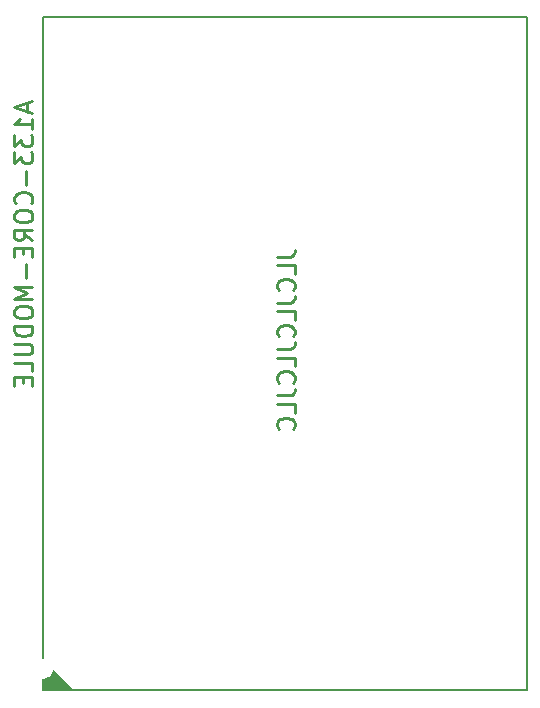
<source format=gbo>
G04 #@! TF.GenerationSoftware,KiCad,Pcbnew,(6.0.4)*
G04 #@! TF.CreationDate,2022-04-26T12:45:06+08:00*
G04 #@! TF.ProjectId,A133CoreDK,41313333-436f-4726-9544-4b2e6b696361,rev?*
G04 #@! TF.SameCoordinates,Original*
G04 #@! TF.FileFunction,Legend,Bot*
G04 #@! TF.FilePolarity,Positive*
%FSLAX46Y46*%
G04 Gerber Fmt 4.6, Leading zero omitted, Abs format (unit mm)*
G04 Created by KiCad (PCBNEW (6.0.4)) date 2022-04-26 12:45:06*
%MOMM*%
%LPD*%
G01*
G04 APERTURE LIST*
%ADD10C,0.254000*%
%ADD11C,0.127000*%
%ADD12C,1.198900*%
%ADD13C,1.300500*%
%ADD14C,0.899200*%
%ADD15C,1.701800*%
%ADD16C,0.701000*%
%ADD17C,0.650000*%
%ADD18O,1.000000X2.100000*%
%ADD19O,1.000000X1.600000*%
%ADD20R,2.000000X0.609600*%
%ADD21R,0.609600X2.000000*%
G04 APERTURE END LIST*
D10*
X149304828Y-80412771D02*
X150393400Y-80412771D01*
X150611114Y-80340200D01*
X150756257Y-80195057D01*
X150828828Y-79977342D01*
X150828828Y-79832200D01*
X150828828Y-81864200D02*
X150828828Y-81138485D01*
X149304828Y-81138485D01*
X150683685Y-83243057D02*
X150756257Y-83170485D01*
X150828828Y-82952771D01*
X150828828Y-82807628D01*
X150756257Y-82589914D01*
X150611114Y-82444771D01*
X150465971Y-82372200D01*
X150175685Y-82299628D01*
X149957971Y-82299628D01*
X149667685Y-82372200D01*
X149522542Y-82444771D01*
X149377400Y-82589914D01*
X149304828Y-82807628D01*
X149304828Y-82952771D01*
X149377400Y-83170485D01*
X149449971Y-83243057D01*
X149304828Y-84331628D02*
X150393400Y-84331628D01*
X150611114Y-84259057D01*
X150756257Y-84113914D01*
X150828828Y-83896200D01*
X150828828Y-83751057D01*
X150828828Y-85783057D02*
X150828828Y-85057342D01*
X149304828Y-85057342D01*
X150683685Y-87161914D02*
X150756257Y-87089342D01*
X150828828Y-86871628D01*
X150828828Y-86726485D01*
X150756257Y-86508771D01*
X150611114Y-86363628D01*
X150465971Y-86291057D01*
X150175685Y-86218485D01*
X149957971Y-86218485D01*
X149667685Y-86291057D01*
X149522542Y-86363628D01*
X149377400Y-86508771D01*
X149304828Y-86726485D01*
X149304828Y-86871628D01*
X149377400Y-87089342D01*
X149449971Y-87161914D01*
X149304828Y-88250485D02*
X150393400Y-88250485D01*
X150611114Y-88177914D01*
X150756257Y-88032771D01*
X150828828Y-87815057D01*
X150828828Y-87669914D01*
X150828828Y-89701914D02*
X150828828Y-88976200D01*
X149304828Y-88976200D01*
X150683685Y-91080771D02*
X150756257Y-91008200D01*
X150828828Y-90790485D01*
X150828828Y-90645342D01*
X150756257Y-90427628D01*
X150611114Y-90282485D01*
X150465971Y-90209914D01*
X150175685Y-90137342D01*
X149957971Y-90137342D01*
X149667685Y-90209914D01*
X149522542Y-90282485D01*
X149377400Y-90427628D01*
X149304828Y-90645342D01*
X149304828Y-90790485D01*
X149377400Y-91008200D01*
X149449971Y-91080771D01*
X149304828Y-92169342D02*
X150393400Y-92169342D01*
X150611114Y-92096771D01*
X150756257Y-91951628D01*
X150828828Y-91733914D01*
X150828828Y-91588771D01*
X150828828Y-93620771D02*
X150828828Y-92895057D01*
X149304828Y-92895057D01*
X150683685Y-94999628D02*
X150756257Y-94927057D01*
X150828828Y-94709342D01*
X150828828Y-94564200D01*
X150756257Y-94346485D01*
X150611114Y-94201342D01*
X150465971Y-94128771D01*
X150175685Y-94056200D01*
X149957971Y-94056200D01*
X149667685Y-94128771D01*
X149522542Y-94201342D01*
X149377400Y-94346485D01*
X149304828Y-94564200D01*
X149304828Y-94709342D01*
X149377400Y-94927057D01*
X149449971Y-94999628D01*
X128168400Y-67426114D02*
X128168400Y-68151828D01*
X128603828Y-67280971D02*
X127079828Y-67788971D01*
X128603828Y-68296971D01*
X128603828Y-69603257D02*
X128603828Y-68732400D01*
X128603828Y-69167828D02*
X127079828Y-69167828D01*
X127297542Y-69022685D01*
X127442685Y-68877542D01*
X127515257Y-68732400D01*
X127079828Y-70111257D02*
X127079828Y-71054685D01*
X127660400Y-70546685D01*
X127660400Y-70764400D01*
X127732971Y-70909542D01*
X127805542Y-70982114D01*
X127950685Y-71054685D01*
X128313542Y-71054685D01*
X128458685Y-70982114D01*
X128531257Y-70909542D01*
X128603828Y-70764400D01*
X128603828Y-70328971D01*
X128531257Y-70183828D01*
X128458685Y-70111257D01*
X127079828Y-71562685D02*
X127079828Y-72506114D01*
X127660400Y-71998114D01*
X127660400Y-72215828D01*
X127732971Y-72360971D01*
X127805542Y-72433542D01*
X127950685Y-72506114D01*
X128313542Y-72506114D01*
X128458685Y-72433542D01*
X128531257Y-72360971D01*
X128603828Y-72215828D01*
X128603828Y-71780400D01*
X128531257Y-71635257D01*
X128458685Y-71562685D01*
X128023257Y-73159257D02*
X128023257Y-74320400D01*
X128458685Y-75916971D02*
X128531257Y-75844400D01*
X128603828Y-75626685D01*
X128603828Y-75481542D01*
X128531257Y-75263828D01*
X128386114Y-75118685D01*
X128240971Y-75046114D01*
X127950685Y-74973542D01*
X127732971Y-74973542D01*
X127442685Y-75046114D01*
X127297542Y-75118685D01*
X127152400Y-75263828D01*
X127079828Y-75481542D01*
X127079828Y-75626685D01*
X127152400Y-75844400D01*
X127224971Y-75916971D01*
X127079828Y-76860400D02*
X127079828Y-77150685D01*
X127152400Y-77295828D01*
X127297542Y-77440971D01*
X127587828Y-77513542D01*
X128095828Y-77513542D01*
X128386114Y-77440971D01*
X128531257Y-77295828D01*
X128603828Y-77150685D01*
X128603828Y-76860400D01*
X128531257Y-76715257D01*
X128386114Y-76570114D01*
X128095828Y-76497542D01*
X127587828Y-76497542D01*
X127297542Y-76570114D01*
X127152400Y-76715257D01*
X127079828Y-76860400D01*
X128603828Y-79037542D02*
X127878114Y-78529542D01*
X128603828Y-78166685D02*
X127079828Y-78166685D01*
X127079828Y-78747257D01*
X127152400Y-78892400D01*
X127224971Y-78964971D01*
X127370114Y-79037542D01*
X127587828Y-79037542D01*
X127732971Y-78964971D01*
X127805542Y-78892400D01*
X127878114Y-78747257D01*
X127878114Y-78166685D01*
X127805542Y-79690685D02*
X127805542Y-80198685D01*
X128603828Y-80416400D02*
X128603828Y-79690685D01*
X127079828Y-79690685D01*
X127079828Y-80416400D01*
X128023257Y-81069542D02*
X128023257Y-82230685D01*
X128603828Y-82956400D02*
X127079828Y-82956400D01*
X128168400Y-83464400D01*
X127079828Y-83972400D01*
X128603828Y-83972400D01*
X127079828Y-84988400D02*
X127079828Y-85278685D01*
X127152400Y-85423828D01*
X127297542Y-85568971D01*
X127587828Y-85641542D01*
X128095828Y-85641542D01*
X128386114Y-85568971D01*
X128531257Y-85423828D01*
X128603828Y-85278685D01*
X128603828Y-84988400D01*
X128531257Y-84843257D01*
X128386114Y-84698114D01*
X128095828Y-84625542D01*
X127587828Y-84625542D01*
X127297542Y-84698114D01*
X127152400Y-84843257D01*
X127079828Y-84988400D01*
X128603828Y-86294685D02*
X127079828Y-86294685D01*
X127079828Y-86657542D01*
X127152400Y-86875257D01*
X127297542Y-87020400D01*
X127442685Y-87092971D01*
X127732971Y-87165542D01*
X127950685Y-87165542D01*
X128240971Y-87092971D01*
X128386114Y-87020400D01*
X128531257Y-86875257D01*
X128603828Y-86657542D01*
X128603828Y-86294685D01*
X127079828Y-87818685D02*
X128313542Y-87818685D01*
X128458685Y-87891257D01*
X128531257Y-87963828D01*
X128603828Y-88108971D01*
X128603828Y-88399257D01*
X128531257Y-88544400D01*
X128458685Y-88616971D01*
X128313542Y-88689542D01*
X127079828Y-88689542D01*
X128603828Y-90140971D02*
X128603828Y-89415257D01*
X127079828Y-89415257D01*
X127805542Y-90648971D02*
X127805542Y-91156971D01*
X128603828Y-91374685D02*
X128603828Y-90648971D01*
X127079828Y-90648971D01*
X127079828Y-91374685D01*
D11*
X129587000Y-115346000D02*
X131386998Y-117146000D01*
X129537000Y-116596000D02*
X130086998Y-117146000D01*
X170487000Y-60146000D02*
X170487000Y-117146000D01*
X129487000Y-116446000D02*
X130136998Y-117096000D01*
X129537000Y-116696000D02*
X129887000Y-117046000D01*
X129587000Y-116146000D02*
X130587000Y-117146000D01*
X129587000Y-115946000D02*
X130687000Y-117046000D01*
X129487000Y-117146000D02*
X170487000Y-117146000D01*
X129587000Y-115746000D02*
X130987000Y-117146000D01*
X129587000Y-115846000D02*
X130787000Y-117046000D01*
X129537000Y-115096000D02*
X131587000Y-117146000D01*
X129587000Y-115546000D02*
X131087000Y-117046000D01*
X129587000Y-116246000D02*
X130387000Y-117046000D01*
X129487000Y-60146000D02*
X170487000Y-60146000D01*
X129537000Y-116896000D02*
X129787000Y-117146000D01*
X129487000Y-114846000D02*
X131687000Y-117046000D01*
X129487000Y-114646000D02*
X131937000Y-117096000D01*
X129637000Y-116396000D02*
X130286998Y-117046000D01*
X130136998Y-117096000D02*
X130186998Y-117046000D01*
X129587000Y-116046000D02*
X129587000Y-116146000D01*
X129487000Y-60146000D02*
X129487000Y-117146000D01*
%LPC*%
D12*
X144269500Y-59070200D03*
X152270500Y-59070200D03*
D13*
X160985200Y-92486400D03*
D14*
X160985200Y-64287400D03*
D15*
X129489200Y-115341400D03*
X129489200Y-121340900D03*
D16*
X135470900Y-58661300D03*
X133769100Y-58661300D03*
D17*
X167990000Y-120007000D03*
X162210000Y-120007000D03*
D18*
X169420000Y-119477000D03*
D19*
X160780000Y-123657000D03*
X169420000Y-123657000D03*
D18*
X160780000Y-119477000D03*
D16*
X126784100Y-58661300D03*
X128485900Y-58661300D03*
D17*
X144557000Y-120007000D03*
X150337000Y-120007000D03*
D19*
X143127000Y-123657000D03*
D18*
X143127000Y-119477000D03*
X151767000Y-119477000D03*
D19*
X151767000Y-123657000D03*
D16*
X161886900Y-58661300D03*
X160185100Y-58661300D03*
D20*
X130987000Y-113246000D03*
X130987000Y-112046000D03*
X130987000Y-110846000D03*
X130987000Y-109646000D03*
X130987000Y-108446000D03*
X130987000Y-107246000D03*
X130987000Y-106046000D03*
X130987000Y-104846000D03*
X130987000Y-103646000D03*
X130987000Y-102446000D03*
X130987000Y-101246000D03*
X130987000Y-100046000D03*
X130987000Y-98846000D03*
X130987000Y-97646000D03*
X130987000Y-96446000D03*
X130987000Y-95246000D03*
X130987000Y-94046000D03*
X130987000Y-92846000D03*
X130987000Y-91646000D03*
X130987000Y-90446000D03*
X130987000Y-89246000D03*
X130987000Y-88046000D03*
X130987000Y-86846000D03*
X130987000Y-85646000D03*
X130987000Y-84446000D03*
X130987000Y-83246000D03*
X130987000Y-82046000D03*
X130987000Y-80846000D03*
X130987000Y-79646000D03*
X130987000Y-78446000D03*
X130987000Y-77246000D03*
X130987000Y-76046000D03*
X130987000Y-74846000D03*
X130987000Y-73646000D03*
X130987000Y-72446000D03*
X130987000Y-71246000D03*
X130987000Y-70046000D03*
X130987000Y-68846000D03*
X130987000Y-67646000D03*
X130987000Y-66446000D03*
X130987000Y-65246000D03*
X130987000Y-64046000D03*
D21*
X132586998Y-61646000D03*
X133787000Y-61646000D03*
X134987000Y-61646000D03*
X136187000Y-61646000D03*
X137387000Y-61646000D03*
X138587000Y-61646000D03*
X139787000Y-61646000D03*
X140987000Y-61646000D03*
X142187000Y-61646000D03*
X143387000Y-61646000D03*
X144587000Y-61646000D03*
X145787000Y-61646000D03*
X146987000Y-61646000D03*
X148187000Y-61646000D03*
X149387000Y-61646000D03*
X150586998Y-61646000D03*
X151786998Y-61646000D03*
X152986998Y-61646000D03*
X154186998Y-61646000D03*
X155387000Y-61646000D03*
X156587000Y-61646000D03*
X157787000Y-61646000D03*
X158987000Y-61646000D03*
X160187000Y-61646000D03*
X161387000Y-61646000D03*
X162587000Y-61646000D03*
X163787000Y-61646000D03*
X164987000Y-61646000D03*
X166187000Y-61646000D03*
X167387000Y-61646000D03*
D20*
X168987000Y-64046000D03*
X168987000Y-65246000D03*
X168987000Y-66446000D03*
X168987000Y-67646000D03*
X168987000Y-68846000D03*
X168987000Y-70046000D03*
X168987000Y-71246000D03*
X168987000Y-72446000D03*
X168987000Y-73646000D03*
X168987000Y-74846000D03*
X168987000Y-76046000D03*
X168987000Y-77246000D03*
X168987000Y-78446000D03*
X168987000Y-79646000D03*
X168987000Y-80846000D03*
X168987000Y-82046000D03*
X168987000Y-83246000D03*
X168987000Y-84446000D03*
X168987000Y-85646000D03*
X168987000Y-86846000D03*
X168987000Y-88046000D03*
X168987000Y-89246000D03*
X168987000Y-90446000D03*
X168987000Y-91646000D03*
X168987000Y-92846000D03*
X168987000Y-94046000D03*
X168987000Y-95246000D03*
X168987000Y-96446000D03*
X168987000Y-97646000D03*
X168987000Y-98846000D03*
X168987000Y-100046000D03*
X168987000Y-101246000D03*
X168987000Y-102446000D03*
X168987000Y-103646000D03*
X168987000Y-104846000D03*
X168987000Y-106046000D03*
X168987000Y-107246000D03*
X168987000Y-108446000D03*
X168987000Y-109646000D03*
X168987000Y-110846000D03*
X168987000Y-112046000D03*
X168987000Y-113246000D03*
D21*
X167387000Y-115646000D03*
X166187000Y-115646000D03*
X164987000Y-115646000D03*
X163787000Y-115646000D03*
X162587000Y-115646000D03*
X161387000Y-115646000D03*
X160187000Y-115646000D03*
X158987000Y-115646000D03*
X157787000Y-115646000D03*
X156587000Y-115646000D03*
X155387000Y-115646000D03*
X154186998Y-115646000D03*
X152986998Y-115646000D03*
X151786998Y-115646000D03*
X150586998Y-115646000D03*
X149387000Y-115646000D03*
X148187000Y-115646000D03*
X146987000Y-115646000D03*
X145787000Y-115646000D03*
X144587000Y-115646000D03*
X143387000Y-115646000D03*
X142187000Y-115646000D03*
X140987000Y-115646000D03*
X139787000Y-115646000D03*
X138587000Y-115646000D03*
X137387000Y-115646000D03*
X136187000Y-115646000D03*
X134987000Y-115646000D03*
X133787000Y-115646000D03*
X132586998Y-115646000D03*
M02*

</source>
